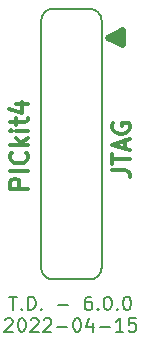
<source format=gbr>
%TF.GenerationSoftware,KiCad,Pcbnew,(6.0.0)*%
%TF.CreationDate,2022-04-15T07:38:05-04:00*%
%TF.ProjectId,JTAG_ISP-ISP,4a544147-5f49-4535-902d-4953502e6b69,v6.0.0*%
%TF.SameCoordinates,Original*%
%TF.FileFunction,Legend,Top*%
%TF.FilePolarity,Positive*%
%FSLAX46Y46*%
G04 Gerber Fmt 4.6, Leading zero omitted, Abs format (unit mm)*
G04 Created by KiCad (PCBNEW (6.0.0)) date 2022-04-15 07:38:05*
%MOMM*%
%LPD*%
G01*
G04 APERTURE LIST*
%ADD10C,0.150000*%
%ADD11C,0.190500*%
%ADD12C,0.300000*%
%ADD13C,0.508000*%
G04 APERTURE END LIST*
D10*
X108898868Y-78833292D02*
G75*
G03*
X109898868Y-79833292I999999J-1D01*
G01*
X109898868Y-56916625D02*
X113022861Y-56916625D01*
X113022861Y-79833292D02*
G75*
G03*
X114022861Y-78833292I1J999999D01*
G01*
D11*
X106208097Y-81275736D02*
X106861240Y-81275736D01*
X106534668Y-82418736D02*
X106534668Y-81275736D01*
X107242240Y-82309879D02*
X107296668Y-82364307D01*
X107242240Y-82418736D01*
X107187811Y-82364307D01*
X107242240Y-82309879D01*
X107242240Y-82418736D01*
X107786526Y-82418736D02*
X107786526Y-81275736D01*
X108058668Y-81275736D01*
X108221954Y-81330165D01*
X108330811Y-81439022D01*
X108385240Y-81547879D01*
X108439668Y-81765593D01*
X108439668Y-81928879D01*
X108385240Y-82146593D01*
X108330811Y-82255450D01*
X108221954Y-82364307D01*
X108058668Y-82418736D01*
X107786526Y-82418736D01*
X108929526Y-82309879D02*
X108983954Y-82364307D01*
X108929526Y-82418736D01*
X108875097Y-82364307D01*
X108929526Y-82309879D01*
X108929526Y-82418736D01*
X110344668Y-81983307D02*
X111215526Y-81983307D01*
X113120526Y-81275736D02*
X112902811Y-81275736D01*
X112793954Y-81330165D01*
X112739526Y-81384593D01*
X112630668Y-81547879D01*
X112576240Y-81765593D01*
X112576240Y-82201022D01*
X112630668Y-82309879D01*
X112685097Y-82364307D01*
X112793954Y-82418736D01*
X113011668Y-82418736D01*
X113120526Y-82364307D01*
X113174954Y-82309879D01*
X113229383Y-82201022D01*
X113229383Y-81928879D01*
X113174954Y-81820022D01*
X113120526Y-81765593D01*
X113011668Y-81711165D01*
X112793954Y-81711165D01*
X112685097Y-81765593D01*
X112630668Y-81820022D01*
X112576240Y-81928879D01*
X113719240Y-82309879D02*
X113773668Y-82364307D01*
X113719240Y-82418736D01*
X113664811Y-82364307D01*
X113719240Y-82309879D01*
X113719240Y-82418736D01*
X114481240Y-81275736D02*
X114590097Y-81275736D01*
X114698954Y-81330165D01*
X114753383Y-81384593D01*
X114807811Y-81493450D01*
X114862240Y-81711165D01*
X114862240Y-81983307D01*
X114807811Y-82201022D01*
X114753383Y-82309879D01*
X114698954Y-82364307D01*
X114590097Y-82418736D01*
X114481240Y-82418736D01*
X114372383Y-82364307D01*
X114317954Y-82309879D01*
X114263526Y-82201022D01*
X114209097Y-81983307D01*
X114209097Y-81711165D01*
X114263526Y-81493450D01*
X114317954Y-81384593D01*
X114372383Y-81330165D01*
X114481240Y-81275736D01*
X115352097Y-82309879D02*
X115406526Y-82364307D01*
X115352097Y-82418736D01*
X115297668Y-82364307D01*
X115352097Y-82309879D01*
X115352097Y-82418736D01*
X116114097Y-81275736D02*
X116222954Y-81275736D01*
X116331811Y-81330165D01*
X116386240Y-81384593D01*
X116440668Y-81493450D01*
X116495097Y-81711165D01*
X116495097Y-81983307D01*
X116440668Y-82201022D01*
X116386240Y-82309879D01*
X116331811Y-82364307D01*
X116222954Y-82418736D01*
X116114097Y-82418736D01*
X116005240Y-82364307D01*
X115950811Y-82309879D01*
X115896383Y-82201022D01*
X115841954Y-81983307D01*
X115841954Y-81711165D01*
X115896383Y-81493450D01*
X115950811Y-81384593D01*
X116005240Y-81330165D01*
X116114097Y-81275736D01*
X105854311Y-83224823D02*
X105908740Y-83170395D01*
X106017597Y-83115966D01*
X106289740Y-83115966D01*
X106398597Y-83170395D01*
X106453026Y-83224823D01*
X106507454Y-83333680D01*
X106507454Y-83442537D01*
X106453026Y-83605823D01*
X105799883Y-84258966D01*
X106507454Y-84258966D01*
X107215026Y-83115966D02*
X107323883Y-83115966D01*
X107432740Y-83170395D01*
X107487168Y-83224823D01*
X107541597Y-83333680D01*
X107596026Y-83551395D01*
X107596026Y-83823537D01*
X107541597Y-84041252D01*
X107487168Y-84150109D01*
X107432740Y-84204537D01*
X107323883Y-84258966D01*
X107215026Y-84258966D01*
X107106168Y-84204537D01*
X107051740Y-84150109D01*
X106997311Y-84041252D01*
X106942883Y-83823537D01*
X106942883Y-83551395D01*
X106997311Y-83333680D01*
X107051740Y-83224823D01*
X107106168Y-83170395D01*
X107215026Y-83115966D01*
X108031454Y-83224823D02*
X108085883Y-83170395D01*
X108194740Y-83115966D01*
X108466883Y-83115966D01*
X108575740Y-83170395D01*
X108630168Y-83224823D01*
X108684597Y-83333680D01*
X108684597Y-83442537D01*
X108630168Y-83605823D01*
X107977026Y-84258966D01*
X108684597Y-84258966D01*
X109120026Y-83224823D02*
X109174454Y-83170395D01*
X109283311Y-83115966D01*
X109555454Y-83115966D01*
X109664311Y-83170395D01*
X109718740Y-83224823D01*
X109773168Y-83333680D01*
X109773168Y-83442537D01*
X109718740Y-83605823D01*
X109065597Y-84258966D01*
X109773168Y-84258966D01*
X110263026Y-83823537D02*
X111133883Y-83823537D01*
X111895883Y-83115966D02*
X112004740Y-83115966D01*
X112113597Y-83170395D01*
X112168026Y-83224823D01*
X112222454Y-83333680D01*
X112276883Y-83551395D01*
X112276883Y-83823537D01*
X112222454Y-84041252D01*
X112168026Y-84150109D01*
X112113597Y-84204537D01*
X112004740Y-84258966D01*
X111895883Y-84258966D01*
X111787026Y-84204537D01*
X111732597Y-84150109D01*
X111678168Y-84041252D01*
X111623740Y-83823537D01*
X111623740Y-83551395D01*
X111678168Y-83333680D01*
X111732597Y-83224823D01*
X111787026Y-83170395D01*
X111895883Y-83115966D01*
X113256597Y-83496966D02*
X113256597Y-84258966D01*
X112984454Y-83061537D02*
X112712311Y-83877966D01*
X113419883Y-83877966D01*
X113855311Y-83823537D02*
X114726168Y-83823537D01*
X115869168Y-84258966D02*
X115216026Y-84258966D01*
X115542597Y-84258966D02*
X115542597Y-83115966D01*
X115433740Y-83279252D01*
X115324883Y-83388109D01*
X115216026Y-83442537D01*
X116903311Y-83115966D02*
X116359026Y-83115966D01*
X116304597Y-83660252D01*
X116359026Y-83605823D01*
X116467883Y-83551395D01*
X116740026Y-83551395D01*
X116848883Y-83605823D01*
X116903311Y-83660252D01*
X116957740Y-83769109D01*
X116957740Y-84041252D01*
X116903311Y-84150109D01*
X116848883Y-84204537D01*
X116740026Y-84258966D01*
X116467883Y-84258966D01*
X116359026Y-84204537D01*
X116304597Y-84150109D01*
D12*
X107778571Y-72157142D02*
X106278571Y-72157142D01*
X106278571Y-71585714D01*
X106350000Y-71442857D01*
X106421428Y-71371428D01*
X106564285Y-71300000D01*
X106778571Y-71300000D01*
X106921428Y-71371428D01*
X106992857Y-71442857D01*
X107064285Y-71585714D01*
X107064285Y-72157142D01*
X107778571Y-70657142D02*
X106278571Y-70657142D01*
X107635714Y-69085714D02*
X107707142Y-69157142D01*
X107778571Y-69371428D01*
X107778571Y-69514285D01*
X107707142Y-69728571D01*
X107564285Y-69871428D01*
X107421428Y-69942857D01*
X107135714Y-70014285D01*
X106921428Y-70014285D01*
X106635714Y-69942857D01*
X106492857Y-69871428D01*
X106350000Y-69728571D01*
X106278571Y-69514285D01*
X106278571Y-69371428D01*
X106350000Y-69157142D01*
X106421428Y-69085714D01*
X107778571Y-68442857D02*
X106278571Y-68442857D01*
X107207142Y-68300000D02*
X107778571Y-67871428D01*
X106778571Y-67871428D02*
X107350000Y-68442857D01*
X107778571Y-67228571D02*
X106778571Y-67228571D01*
X106278571Y-67228571D02*
X106350000Y-67300000D01*
X106421428Y-67228571D01*
X106350000Y-67157142D01*
X106278571Y-67228571D01*
X106421428Y-67228571D01*
X106778571Y-66728571D02*
X106778571Y-66157142D01*
X106278571Y-66514285D02*
X107564285Y-66514285D01*
X107707142Y-66442857D01*
X107778571Y-66300000D01*
X107778571Y-66157142D01*
X106778571Y-65014285D02*
X107778571Y-65014285D01*
X106207142Y-65371428D02*
X107278571Y-65728571D01*
X107278571Y-64800000D01*
X114928571Y-70550000D02*
X116000000Y-70550000D01*
X116214285Y-70621428D01*
X116357142Y-70764285D01*
X116428571Y-70978571D01*
X116428571Y-71121428D01*
X114928571Y-70050000D02*
X114928571Y-69192857D01*
X116428571Y-69621428D02*
X114928571Y-69621428D01*
X116000000Y-68764285D02*
X116000000Y-68050000D01*
X116428571Y-68907142D02*
X114928571Y-68407142D01*
X116428571Y-67907142D01*
X115000000Y-66621428D02*
X114928571Y-66764285D01*
X114928571Y-66978571D01*
X115000000Y-67192857D01*
X115142857Y-67335714D01*
X115285714Y-67407142D01*
X115571428Y-67478571D01*
X115785714Y-67478571D01*
X116071428Y-67407142D01*
X116214285Y-67335714D01*
X116357142Y-67192857D01*
X116428571Y-66978571D01*
X116428571Y-66835714D01*
X116357142Y-66621428D01*
X116285714Y-66550000D01*
X115785714Y-66550000D01*
X115785714Y-66835714D01*
D10*
X114022861Y-57916625D02*
G75*
G03*
X113022861Y-56916625I-999999J1D01*
G01*
X114022861Y-57916625D02*
X114022861Y-78833292D01*
X109898868Y-56916625D02*
G75*
G03*
X108898868Y-57916625I-1J-999999D01*
G01*
X113022861Y-79833292D02*
X109898868Y-79833292D01*
X108898868Y-78833292D02*
X108898868Y-57916625D01*
D13*
%TO.C,REF\u002A\u002A*%
X115830050Y-59365150D02*
X114530052Y-59365176D01*
X114530052Y-59365176D02*
X115830050Y-58715164D01*
X115830050Y-60015162D02*
X114530052Y-59365176D01*
X115830050Y-58715164D02*
X115830050Y-60015162D01*
%TD*%
M02*

</source>
